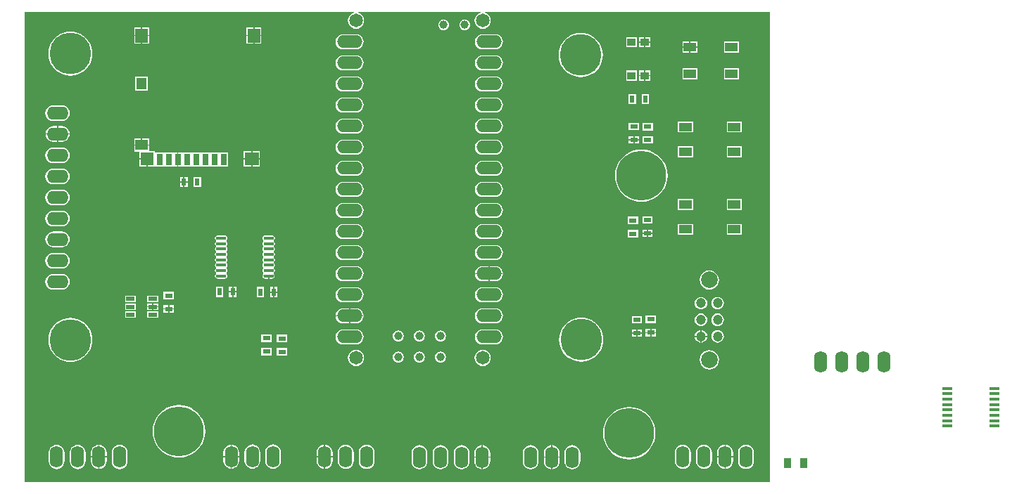
<source format=gtl>
G04*
G04 #@! TF.GenerationSoftware,Altium Limited,Altium Designer,21.0.9 (235)*
G04*
G04 Layer_Physical_Order=1*
G04 Layer_Color=255*
%FSLAX44Y44*%
%MOMM*%
G71*
G04*
G04 #@! TF.SameCoordinates,A596C356-34D0-456B-85E7-90C285C8AFC8*
G04*
G04*
G04 #@! TF.FilePolarity,Positive*
G04*
G01*
G75*
%ADD16R,0.8500X1.3000*%
%ADD17O,1.2000X0.4000*%
%ADD18R,0.9500X0.6000*%
%ADD19R,1.5500X1.0000*%
%ADD20R,1.0000X0.5000*%
%ADD21R,0.6000X0.9500*%
%ADD22R,1.5000X1.3000*%
%ADD23R,1.5000X1.7000*%
%ADD24R,1.2000X1.4000*%
%ADD25R,1.7000X1.5000*%
%ADD26R,1.6000X1.5000*%
%ADD27R,0.8000X1.4000*%
%ADD28R,1.0000X0.9000*%
%ADD29R,1.5000X1.0000*%
%ADD51C,6.0000*%
%ADD52O,1.6000X2.6000*%
%ADD53C,2.0000*%
%ADD54C,1.2000*%
%ADD55C,1.0000*%
%ADD56C,1.6510*%
%ADD57O,3.0480X1.5240*%
%ADD58O,2.6000X1.6000*%
%ADD59C,5.0000*%
G36*
X397750Y568442D02*
X397953Y567204D01*
X395580Y566221D01*
X393543Y564657D01*
X391979Y562620D01*
X390996Y560247D01*
X390661Y557700D01*
X390996Y555154D01*
X391979Y552780D01*
X393543Y550743D01*
X395580Y549179D01*
X397953Y548196D01*
X400500Y547861D01*
X403047Y548196D01*
X405420Y549179D01*
X407457Y550743D01*
X409021Y552780D01*
X410004Y555154D01*
X410339Y557700D01*
X410004Y560247D01*
X409021Y562620D01*
X407457Y564657D01*
X405420Y566221D01*
X403047Y567204D01*
X403250Y568442D01*
X550150Y568441D01*
X550353Y567204D01*
X547980Y566221D01*
X545943Y564657D01*
X544379Y562620D01*
X543396Y560247D01*
X543061Y557700D01*
X543396Y555154D01*
X544379Y552780D01*
X545943Y550743D01*
X547980Y549179D01*
X550354Y548196D01*
X552900Y547861D01*
X555447Y548196D01*
X557820Y549179D01*
X559857Y550743D01*
X561421Y552780D01*
X562404Y555154D01*
X562739Y557700D01*
X562404Y560247D01*
X561421Y562620D01*
X559857Y564657D01*
X557820Y566221D01*
X555447Y567204D01*
X555650Y568441D01*
X898441Y568441D01*
X898441Y1558D01*
X1558Y1558D01*
X1558Y568442D01*
X397750Y568442D01*
D02*
G37*
%LPC*%
G36*
X531310Y559176D02*
X529613Y558953D01*
X528032Y558298D01*
X526674Y557256D01*
X525632Y555898D01*
X524977Y554317D01*
X524754Y552620D01*
X524977Y550923D01*
X525632Y549342D01*
X526674Y547984D01*
X528032Y546942D01*
X529613Y546287D01*
X531310Y546064D01*
X533007Y546287D01*
X534588Y546942D01*
X535946Y547984D01*
X536988Y549342D01*
X537643Y550923D01*
X537866Y552620D01*
X537643Y554317D01*
X536988Y555898D01*
X535946Y557256D01*
X534588Y558298D01*
X533007Y558953D01*
X531310Y559176D01*
D02*
G37*
G36*
X505910D02*
X504213Y558953D01*
X502632Y558298D01*
X501274Y557256D01*
X500232Y555898D01*
X499577Y554317D01*
X499354Y552620D01*
X499577Y550923D01*
X500232Y549342D01*
X501274Y547984D01*
X502632Y546942D01*
X504213Y546287D01*
X505910Y546064D01*
X507607Y546287D01*
X509188Y546942D01*
X510546Y547984D01*
X511588Y549342D01*
X512243Y550923D01*
X512466Y552620D01*
X512243Y554317D01*
X511588Y555898D01*
X510546Y557256D01*
X509188Y558298D01*
X507607Y558953D01*
X505910Y559176D01*
D02*
G37*
G36*
X286546Y549802D02*
X278296D01*
Y540552D01*
X286546D01*
Y549802D01*
D02*
G37*
G36*
X276796D02*
X268546D01*
Y540552D01*
X276796D01*
Y549802D01*
D02*
G37*
G36*
X151546D02*
X143296D01*
Y540552D01*
X151546D01*
Y549802D01*
D02*
G37*
G36*
X141796D02*
X133546D01*
Y540552D01*
X141796D01*
Y549802D01*
D02*
G37*
G36*
X754394Y537500D02*
X748644D01*
Y532250D01*
X754394D01*
Y537500D01*
D02*
G37*
G36*
X747144D02*
X741394D01*
Y532250D01*
X747144D01*
Y537500D01*
D02*
G37*
G36*
X286546Y539052D02*
X278296D01*
Y529802D01*
X286546D01*
Y539052D01*
D02*
G37*
G36*
X276796D02*
X268546D01*
Y529802D01*
X276796D01*
Y539052D01*
D02*
G37*
G36*
X151546D02*
X143296D01*
Y529802D01*
X151546D01*
Y539052D01*
D02*
G37*
G36*
X141796D02*
X133546D01*
Y529802D01*
X141796D01*
Y539052D01*
D02*
G37*
G36*
X811250Y532250D02*
X803000D01*
Y526500D01*
X811250D01*
Y532250D01*
D02*
G37*
G36*
X801500D02*
X793250D01*
Y526500D01*
X801500D01*
Y532250D01*
D02*
G37*
G36*
X754394Y530750D02*
X748644D01*
Y525500D01*
X754394D01*
Y530750D01*
D02*
G37*
G36*
X747144D02*
X741394D01*
Y525500D01*
X747144D01*
Y530750D01*
D02*
G37*
G36*
X738394Y537500D02*
X725394D01*
Y525500D01*
X738394D01*
Y537500D01*
D02*
G37*
G36*
X568140Y541499D02*
X552900D01*
X550519Y541185D01*
X548301Y540266D01*
X546396Y538805D01*
X544934Y536899D01*
X544015Y534681D01*
X543701Y532300D01*
X544015Y529919D01*
X544934Y527701D01*
X546396Y525796D01*
X548301Y524334D01*
X550519Y523415D01*
X552900Y523101D01*
X568140D01*
X570521Y523415D01*
X572739Y524334D01*
X574645Y525796D01*
X576106Y527701D01*
X577025Y529919D01*
X577339Y532300D01*
X577025Y534681D01*
X576106Y536899D01*
X574645Y538805D01*
X572739Y540266D01*
X570521Y541185D01*
X568140Y541499D01*
D02*
G37*
G36*
X400500D02*
X385260D01*
X382879Y541185D01*
X380661Y540266D01*
X378756Y538805D01*
X377294Y536899D01*
X376375Y534681D01*
X376061Y532300D01*
X376375Y529919D01*
X377294Y527701D01*
X378756Y525796D01*
X380661Y524334D01*
X382879Y523415D01*
X385260Y523101D01*
X400500D01*
X402881Y523415D01*
X405099Y524334D01*
X407005Y525796D01*
X408466Y527701D01*
X409385Y529919D01*
X409699Y532300D01*
X409385Y534681D01*
X408466Y536899D01*
X407005Y538805D01*
X405099Y540266D01*
X402881Y541185D01*
X400500Y541499D01*
D02*
G37*
G36*
X861250Y532250D02*
X843250D01*
Y519250D01*
X861250D01*
Y532250D01*
D02*
G37*
G36*
X811250Y525000D02*
X803000D01*
Y519250D01*
X811250D01*
Y525000D01*
D02*
G37*
G36*
X801500D02*
X793250D01*
Y519250D01*
X801500D01*
Y525000D01*
D02*
G37*
G36*
X568140Y516099D02*
X552900D01*
X550519Y515785D01*
X548301Y514866D01*
X546396Y513405D01*
X544934Y511499D01*
X544015Y509281D01*
X543701Y506900D01*
X544015Y504519D01*
X544934Y502301D01*
X546396Y500396D01*
X548301Y498934D01*
X550519Y498015D01*
X552900Y497701D01*
X568140D01*
X570521Y498015D01*
X572739Y498934D01*
X574645Y500396D01*
X576106Y502301D01*
X577025Y504519D01*
X577339Y506900D01*
X577025Y509281D01*
X576106Y511499D01*
X574645Y513405D01*
X572739Y514866D01*
X570521Y515785D01*
X568140Y516099D01*
D02*
G37*
G36*
X400500D02*
X385260D01*
X382879Y515785D01*
X380661Y514866D01*
X378756Y513405D01*
X377294Y511499D01*
X376375Y509281D01*
X376061Y506900D01*
X376375Y504519D01*
X377294Y502301D01*
X378756Y500396D01*
X380661Y498934D01*
X382879Y498015D01*
X385260Y497701D01*
X400500D01*
X402881Y498015D01*
X405099Y498934D01*
X407005Y500396D01*
X408466Y502301D01*
X409385Y504519D01*
X409699Y506900D01*
X409385Y509281D01*
X408466Y511499D01*
X407005Y513405D01*
X405099Y514866D01*
X402881Y515785D01*
X400500Y516099D01*
D02*
G37*
G36*
X754394Y497500D02*
X748644D01*
Y492250D01*
X754394D01*
Y497500D01*
D02*
G37*
G36*
X747144D02*
X741394D01*
Y492250D01*
X747144D01*
Y497500D01*
D02*
G37*
G36*
X56902Y544460D02*
X52744Y544133D01*
X48688Y543159D01*
X44834Y541563D01*
X41277Y539383D01*
X38106Y536674D01*
X35397Y533503D01*
X33217Y529946D01*
X31621Y526092D01*
X30647Y522036D01*
X30320Y517878D01*
X30647Y513720D01*
X31621Y509664D01*
X33217Y505810D01*
X35397Y502253D01*
X38106Y499082D01*
X41277Y496373D01*
X44834Y494193D01*
X48688Y492597D01*
X52744Y491623D01*
X56902Y491296D01*
X61060Y491623D01*
X65116Y492597D01*
X68970Y494193D01*
X72526Y496373D01*
X75698Y499082D01*
X78407Y502253D01*
X80587Y505810D01*
X82183Y509664D01*
X83157Y513720D01*
X83484Y517878D01*
X83157Y522036D01*
X82183Y526092D01*
X80587Y529946D01*
X78407Y533503D01*
X75698Y536674D01*
X72526Y539383D01*
X68970Y541563D01*
X65116Y543159D01*
X61060Y544133D01*
X56902Y544460D01*
D02*
G37*
G36*
X670902Y542860D02*
X666744Y542533D01*
X662688Y541559D01*
X658834Y539963D01*
X655277Y537783D01*
X652106Y535074D01*
X649397Y531903D01*
X647217Y528346D01*
X645621Y524492D01*
X644647Y520436D01*
X644320Y516278D01*
X644647Y512120D01*
X645621Y508064D01*
X647217Y504210D01*
X649397Y500653D01*
X652106Y497482D01*
X655277Y494773D01*
X658834Y492593D01*
X662688Y490997D01*
X666744Y490023D01*
X670902Y489696D01*
X675060Y490023D01*
X679116Y490997D01*
X682970Y492593D01*
X686526Y494773D01*
X689698Y497482D01*
X692407Y500653D01*
X694587Y504210D01*
X696183Y508064D01*
X697157Y512120D01*
X697484Y516278D01*
X697157Y520436D01*
X696183Y524492D01*
X694587Y528346D01*
X692407Y531903D01*
X689698Y535074D01*
X686526Y537783D01*
X682970Y539963D01*
X679116Y541559D01*
X675060Y542533D01*
X670902Y542860D01*
D02*
G37*
G36*
X861250Y500250D02*
X843250D01*
Y487250D01*
X861250D01*
Y500250D01*
D02*
G37*
G36*
X811250D02*
X793250D01*
Y487250D01*
X811250D01*
Y500250D01*
D02*
G37*
G36*
X754394Y490750D02*
X748644D01*
Y485500D01*
X754394D01*
Y490750D01*
D02*
G37*
G36*
X747144D02*
X741394D01*
Y485500D01*
X747144D01*
Y490750D01*
D02*
G37*
G36*
X738394Y497500D02*
X725394D01*
Y485500D01*
X738394D01*
Y497500D01*
D02*
G37*
G36*
X150046Y490302D02*
X135046D01*
Y473302D01*
X150046D01*
Y490302D01*
D02*
G37*
G36*
X568140Y490699D02*
X552900D01*
X550519Y490385D01*
X548301Y489466D01*
X546396Y488004D01*
X544934Y486099D01*
X544015Y483881D01*
X543701Y481500D01*
X544015Y479119D01*
X544934Y476901D01*
X546396Y474996D01*
X548301Y473534D01*
X550519Y472615D01*
X552900Y472301D01*
X568140D01*
X570521Y472615D01*
X572739Y473534D01*
X574645Y474996D01*
X576106Y476901D01*
X577025Y479119D01*
X577339Y481500D01*
X577025Y483881D01*
X576106Y486099D01*
X574645Y488004D01*
X572739Y489466D01*
X570521Y490385D01*
X568140Y490699D01*
D02*
G37*
G36*
X400500D02*
X385260D01*
X382879Y490385D01*
X380661Y489466D01*
X378756Y488004D01*
X377294Y486099D01*
X376375Y483881D01*
X376061Y481500D01*
X376375Y479119D01*
X377294Y476901D01*
X378756Y474996D01*
X380661Y473534D01*
X382879Y472615D01*
X385260Y472301D01*
X400500D01*
X402881Y472615D01*
X405099Y473534D01*
X407005Y474996D01*
X408466Y476901D01*
X409385Y479119D01*
X409699Y481500D01*
X409385Y483881D01*
X408466Y486099D01*
X407005Y488004D01*
X405099Y489466D01*
X402881Y490385D01*
X400500Y490699D01*
D02*
G37*
G36*
X753250Y469500D02*
X744250D01*
Y457000D01*
X753250D01*
Y469500D01*
D02*
G37*
G36*
X737250D02*
X728250D01*
Y457000D01*
X737250D01*
Y469500D01*
D02*
G37*
G36*
X568140Y465299D02*
X552900D01*
X550519Y464985D01*
X548301Y464066D01*
X546396Y462604D01*
X544934Y460699D01*
X544015Y458481D01*
X543701Y456100D01*
X544015Y453719D01*
X544934Y451501D01*
X546396Y449596D01*
X548301Y448134D01*
X550519Y447215D01*
X552900Y446901D01*
X568140D01*
X570521Y447215D01*
X572739Y448134D01*
X574645Y449596D01*
X576106Y451501D01*
X577025Y453719D01*
X577339Y456100D01*
X577025Y458481D01*
X576106Y460699D01*
X574645Y462604D01*
X572739Y464066D01*
X570521Y464985D01*
X568140Y465299D01*
D02*
G37*
G36*
X400500D02*
X385260D01*
X382879Y464985D01*
X380661Y464066D01*
X378756Y462604D01*
X377294Y460699D01*
X376375Y458481D01*
X376061Y456100D01*
X376375Y453719D01*
X377294Y451501D01*
X378756Y449596D01*
X380661Y448134D01*
X382879Y447215D01*
X385260Y446901D01*
X400500D01*
X402881Y447215D01*
X405099Y448134D01*
X407005Y449596D01*
X408466Y451501D01*
X409385Y453719D01*
X409699Y456100D01*
X409385Y458481D01*
X408466Y460699D01*
X407005Y462604D01*
X405099Y464066D01*
X402881Y464985D01*
X400500Y465299D01*
D02*
G37*
G36*
X46402Y455860D02*
X36402D01*
X33922Y455533D01*
X31611Y454576D01*
X29627Y453053D01*
X28104Y451069D01*
X27146Y448758D01*
X26820Y446278D01*
X27146Y443798D01*
X28104Y441487D01*
X29627Y439502D01*
X31611Y437980D01*
X33922Y437023D01*
X36402Y436696D01*
X46402D01*
X48882Y437023D01*
X51193Y437980D01*
X53177Y439502D01*
X54700Y441487D01*
X55658Y443798D01*
X55984Y446278D01*
X55658Y448758D01*
X54700Y451069D01*
X53177Y453053D01*
X51193Y454576D01*
X48882Y455533D01*
X46402Y455860D01*
D02*
G37*
G36*
X741144Y434700D02*
X728644D01*
Y425700D01*
X741144D01*
Y434700D01*
D02*
G37*
G36*
X757740Y434517D02*
X745240D01*
Y425517D01*
X757740D01*
Y434517D01*
D02*
G37*
G36*
X864908Y436060D02*
X846408D01*
Y423060D01*
X864908D01*
Y436060D01*
D02*
G37*
G36*
X805908D02*
X787408D01*
Y423060D01*
X805908D01*
Y436060D01*
D02*
G37*
G36*
X46402Y430860D02*
X42152D01*
Y422028D01*
X55885D01*
X55658Y423758D01*
X54700Y426069D01*
X53177Y428053D01*
X51193Y429576D01*
X48882Y430533D01*
X46402Y430860D01*
D02*
G37*
G36*
X40652D02*
X36402D01*
X33922Y430533D01*
X31611Y429576D01*
X29627Y428053D01*
X28104Y426069D01*
X27146Y423758D01*
X26919Y422028D01*
X40652D01*
Y430860D01*
D02*
G37*
G36*
X568140Y439899D02*
X552900D01*
X550519Y439585D01*
X548301Y438666D01*
X546396Y437205D01*
X544934Y435299D01*
X544015Y433081D01*
X543701Y430700D01*
X544015Y428319D01*
X544934Y426101D01*
X546396Y424196D01*
X548301Y422734D01*
X550519Y421815D01*
X552900Y421501D01*
X568140D01*
X570521Y421815D01*
X572739Y422734D01*
X574645Y424196D01*
X576106Y426101D01*
X577025Y428319D01*
X577339Y430700D01*
X577025Y433081D01*
X576106Y435299D01*
X574645Y437205D01*
X572739Y438666D01*
X570521Y439585D01*
X568140Y439899D01*
D02*
G37*
G36*
X400500D02*
X385260D01*
X382879Y439585D01*
X380661Y438666D01*
X378756Y437205D01*
X377294Y435299D01*
X376375Y433081D01*
X376061Y430700D01*
X376375Y428319D01*
X377294Y426101D01*
X378756Y424196D01*
X380661Y422734D01*
X382879Y421815D01*
X385260Y421501D01*
X400500D01*
X402881Y421815D01*
X405099Y422734D01*
X407005Y424196D01*
X408466Y426101D01*
X409385Y428319D01*
X409699Y430700D01*
X409385Y433081D01*
X408466Y435299D01*
X407005Y437205D01*
X405099Y438666D01*
X402881Y439585D01*
X400500Y439899D01*
D02*
G37*
G36*
X741144Y418700D02*
X735644D01*
Y414950D01*
X741144D01*
Y418700D01*
D02*
G37*
G36*
X734144D02*
X728644D01*
Y414950D01*
X734144D01*
Y418700D01*
D02*
G37*
G36*
X55885Y420528D02*
X42152D01*
Y411696D01*
X46402D01*
X48882Y412023D01*
X51193Y412980D01*
X53177Y414502D01*
X54700Y416487D01*
X55658Y418798D01*
X55885Y420528D01*
D02*
G37*
G36*
X40652D02*
X26919D01*
X27146Y418798D01*
X28104Y416487D01*
X29627Y414502D01*
X31611Y412980D01*
X33922Y412023D01*
X36402Y411696D01*
X40652D01*
Y420528D01*
D02*
G37*
G36*
X741144Y413450D02*
X735644D01*
Y409700D01*
X741144D01*
Y413450D01*
D02*
G37*
G36*
X734144D02*
X728644D01*
Y409700D01*
X734144D01*
Y413450D01*
D02*
G37*
G36*
X757740Y418517D02*
X745240D01*
Y409517D01*
X757740D01*
Y418517D01*
D02*
G37*
G36*
X151546Y415802D02*
X143296D01*
Y408552D01*
X151546D01*
Y415802D01*
D02*
G37*
G36*
X141796D02*
X133546D01*
Y408552D01*
X141796D01*
Y415802D01*
D02*
G37*
G36*
X235546Y398802D02*
X234276Y398802D01*
X225816D01*
X224546Y398802D01*
X223276Y398802D01*
X214816D01*
X213546Y398802D01*
X212276Y398802D01*
X203816D01*
X202546Y398802D01*
X201276Y398802D01*
X186796D01*
Y390302D01*
Y381802D01*
X201276D01*
X202546Y381802D01*
X203816Y381802D01*
X212276D01*
X213546Y381802D01*
X214816Y381802D01*
X223276D01*
X224546Y381802D01*
X225816Y381802D01*
X234276D01*
X235546Y381802D01*
X236816Y381802D01*
X246546D01*
Y398802D01*
X236816D01*
X235546Y398802D01*
D02*
G37*
G36*
X568140Y414499D02*
X552900D01*
X550519Y414185D01*
X548301Y413266D01*
X546396Y411805D01*
X544934Y409899D01*
X544015Y407681D01*
X543701Y405300D01*
X544015Y402919D01*
X544934Y400701D01*
X546396Y398796D01*
X548301Y397334D01*
X550519Y396415D01*
X552900Y396101D01*
X568140D01*
X570521Y396415D01*
X572739Y397334D01*
X574645Y398796D01*
X576106Y400701D01*
X577025Y402919D01*
X577339Y405300D01*
X577025Y407681D01*
X576106Y409899D01*
X574645Y411805D01*
X572739Y413266D01*
X570521Y414185D01*
X568140Y414499D01*
D02*
G37*
G36*
X400500D02*
X385260D01*
X382879Y414185D01*
X380661Y413266D01*
X378756Y411805D01*
X377294Y409899D01*
X376375Y407681D01*
X376061Y405300D01*
X376375Y402919D01*
X377294Y400701D01*
X378756Y398796D01*
X380661Y397334D01*
X382879Y396415D01*
X385260Y396101D01*
X400500D01*
X402881Y396415D01*
X405099Y397334D01*
X407005Y398796D01*
X408466Y400701D01*
X409385Y402919D01*
X409699Y405300D01*
X409385Y407681D01*
X408466Y409899D01*
X407005Y411805D01*
X405099Y413266D01*
X402881Y414185D01*
X400500Y414499D01*
D02*
G37*
G36*
X864908Y406060D02*
X846408D01*
Y393060D01*
X864908D01*
Y406060D01*
D02*
G37*
G36*
X805908D02*
X787408D01*
Y393060D01*
X805908D01*
Y406060D01*
D02*
G37*
G36*
X285046Y400302D02*
X275796D01*
Y392052D01*
X285046D01*
Y400302D01*
D02*
G37*
G36*
X274296D02*
X265046D01*
Y392052D01*
X274296D01*
Y400302D01*
D02*
G37*
G36*
X46402Y405060D02*
X36402D01*
X33922Y404734D01*
X31611Y403776D01*
X29627Y402253D01*
X28104Y400269D01*
X27146Y397958D01*
X26820Y395478D01*
X27146Y392998D01*
X28104Y390687D01*
X29627Y388703D01*
X31611Y387180D01*
X33922Y386222D01*
X36402Y385896D01*
X46402D01*
X48882Y386222D01*
X51193Y387180D01*
X53177Y388703D01*
X54700Y390687D01*
X55658Y392998D01*
X55984Y395478D01*
X55658Y397958D01*
X54700Y400269D01*
X53177Y402253D01*
X51193Y403776D01*
X48882Y404734D01*
X46402Y405060D01*
D02*
G37*
G36*
X285046Y390552D02*
X275796D01*
Y382302D01*
X285046D01*
Y390552D01*
D02*
G37*
G36*
X274296D02*
X265046D01*
Y382302D01*
X274296D01*
Y390552D01*
D02*
G37*
G36*
X148296D02*
X139546D01*
Y382302D01*
X148296D01*
Y390552D01*
D02*
G37*
G36*
X151546Y407052D02*
X133546D01*
Y399802D01*
X139546D01*
Y392052D01*
X149046D01*
Y391302D01*
X149796D01*
Y382302D01*
X157483D01*
X158546Y381802D01*
X159609Y381802D01*
X168276D01*
X169546Y381802D01*
X170816Y381802D01*
X179276D01*
X180546Y381802D01*
X181816Y381802D01*
X185296D01*
Y390302D01*
Y398802D01*
X181816D01*
X180546Y398802D01*
X179276Y398802D01*
X170816D01*
X169546Y398802D01*
X168276Y398802D01*
X158546Y398802D01*
X158546Y400302D01*
X151546D01*
Y407052D01*
D02*
G37*
G36*
X568140Y389099D02*
X552900D01*
X550519Y388785D01*
X548301Y387866D01*
X546396Y386404D01*
X544934Y384499D01*
X544015Y382281D01*
X543701Y379900D01*
X544015Y377519D01*
X544934Y375301D01*
X546396Y373396D01*
X548301Y371934D01*
X550519Y371015D01*
X552900Y370701D01*
X568140D01*
X570521Y371015D01*
X572739Y371934D01*
X574645Y373396D01*
X576106Y375301D01*
X577025Y377519D01*
X577339Y379900D01*
X577025Y382281D01*
X576106Y384499D01*
X574645Y386404D01*
X572739Y387866D01*
X570521Y388785D01*
X568140Y389099D01*
D02*
G37*
G36*
X400500D02*
X385260D01*
X382879Y388785D01*
X380661Y387866D01*
X378756Y386404D01*
X377294Y384499D01*
X376375Y382281D01*
X376061Y379900D01*
X376375Y377519D01*
X377294Y375301D01*
X378756Y373396D01*
X380661Y371934D01*
X382879Y371015D01*
X385260Y370701D01*
X400500D01*
X402881Y371015D01*
X405099Y371934D01*
X407005Y373396D01*
X408466Y375301D01*
X409385Y377519D01*
X409699Y379900D01*
X409385Y382281D01*
X408466Y384499D01*
X407005Y386404D01*
X405099Y387866D01*
X402881Y388785D01*
X400500Y389099D01*
D02*
G37*
G36*
X198009Y369500D02*
X194259D01*
Y364000D01*
X198009D01*
Y369500D01*
D02*
G37*
G36*
X192759D02*
X189009D01*
Y364000D01*
X192759D01*
Y369500D01*
D02*
G37*
G36*
X46402Y379660D02*
X36402D01*
X33922Y379333D01*
X31611Y378376D01*
X29627Y376853D01*
X28104Y374869D01*
X27146Y372558D01*
X26820Y370078D01*
X27146Y367598D01*
X28104Y365287D01*
X29627Y363303D01*
X31611Y361780D01*
X33922Y360822D01*
X36402Y360496D01*
X46402D01*
X48882Y360822D01*
X51193Y361780D01*
X53177Y363303D01*
X54700Y365287D01*
X55658Y367598D01*
X55984Y370078D01*
X55658Y372558D01*
X54700Y374869D01*
X53177Y376853D01*
X51193Y378376D01*
X48882Y379333D01*
X46402Y379660D01*
D02*
G37*
G36*
X214009Y369500D02*
X205009D01*
Y357000D01*
X214009D01*
Y369500D01*
D02*
G37*
G36*
X198009Y362500D02*
X194259D01*
Y357000D01*
X198009D01*
Y362500D01*
D02*
G37*
G36*
X192759D02*
X189009D01*
Y357000D01*
X192759D01*
Y362500D01*
D02*
G37*
G36*
X568140Y363699D02*
X552900D01*
X550519Y363385D01*
X548301Y362466D01*
X546396Y361004D01*
X544934Y359099D01*
X544015Y356881D01*
X543701Y354500D01*
X544015Y352119D01*
X544934Y349901D01*
X546396Y347996D01*
X548301Y346534D01*
X550519Y345615D01*
X552900Y345301D01*
X568140D01*
X570521Y345615D01*
X572739Y346534D01*
X574645Y347996D01*
X576106Y349901D01*
X577025Y352119D01*
X577339Y354500D01*
X577025Y356881D01*
X576106Y359099D01*
X574645Y361004D01*
X572739Y362466D01*
X570521Y363385D01*
X568140Y363699D01*
D02*
G37*
G36*
X400500D02*
X385260D01*
X382879Y363385D01*
X380661Y362466D01*
X378756Y361004D01*
X377294Y359099D01*
X376375Y356881D01*
X376061Y354500D01*
X376375Y352119D01*
X377294Y349901D01*
X378756Y347996D01*
X380661Y346534D01*
X382879Y345615D01*
X385260Y345301D01*
X400500D01*
X402881Y345615D01*
X405099Y346534D01*
X407005Y347996D01*
X408466Y349901D01*
X409385Y352119D01*
X409699Y354500D01*
X409385Y356881D01*
X408466Y359099D01*
X407005Y361004D01*
X405099Y362466D01*
X402881Y363385D01*
X400500Y363699D01*
D02*
G37*
G36*
X743750Y402597D02*
X738807Y402208D01*
X733986Y401051D01*
X729405Y399154D01*
X725178Y396563D01*
X721407Y393343D01*
X718187Y389572D01*
X715596Y385345D01*
X713699Y380764D01*
X712542Y375943D01*
X712153Y371000D01*
X712542Y366057D01*
X713699Y361236D01*
X715596Y356655D01*
X718187Y352427D01*
X721407Y348657D01*
X725178Y345437D01*
X729405Y342846D01*
X733986Y340949D01*
X738807Y339792D01*
X743750Y339403D01*
X748693Y339792D01*
X753514Y340949D01*
X758095Y342846D01*
X762322Y345437D01*
X766093Y348657D01*
X769313Y352427D01*
X771904Y356655D01*
X773801Y361236D01*
X774958Y366057D01*
X775347Y371000D01*
X774958Y375943D01*
X773801Y380764D01*
X771904Y385345D01*
X769313Y389572D01*
X766093Y393343D01*
X762322Y396563D01*
X758095Y399154D01*
X753514Y401051D01*
X748693Y402208D01*
X743750Y402597D01*
D02*
G37*
G36*
X46402Y354260D02*
X36402D01*
X33922Y353933D01*
X31611Y352976D01*
X29627Y351453D01*
X28104Y349469D01*
X27146Y347158D01*
X26820Y344678D01*
X27146Y342198D01*
X28104Y339887D01*
X29627Y337903D01*
X31611Y336380D01*
X33922Y335423D01*
X36402Y335096D01*
X46402D01*
X48882Y335423D01*
X51193Y336380D01*
X53177Y337903D01*
X54700Y339887D01*
X55658Y342198D01*
X55984Y344678D01*
X55658Y347158D01*
X54700Y349469D01*
X53177Y351453D01*
X51193Y352976D01*
X48882Y353933D01*
X46402Y354260D01*
D02*
G37*
G36*
X864908Y342839D02*
X846408D01*
Y329839D01*
X864908D01*
Y342839D01*
D02*
G37*
G36*
X805908D02*
X787408D01*
Y329839D01*
X805908D01*
Y342839D01*
D02*
G37*
G36*
X568140Y338299D02*
X552900D01*
X550519Y337985D01*
X548301Y337066D01*
X546396Y335605D01*
X544934Y333699D01*
X544015Y331481D01*
X543701Y329100D01*
X544015Y326719D01*
X544934Y324501D01*
X546396Y322596D01*
X548301Y321134D01*
X550519Y320215D01*
X552900Y319901D01*
X568140D01*
X570521Y320215D01*
X572739Y321134D01*
X574645Y322596D01*
X576106Y324501D01*
X577025Y326719D01*
X577339Y329100D01*
X577025Y331481D01*
X576106Y333699D01*
X574645Y335605D01*
X572739Y337066D01*
X570521Y337985D01*
X568140Y338299D01*
D02*
G37*
G36*
X400500D02*
X385260D01*
X382879Y337985D01*
X380661Y337066D01*
X378756Y335605D01*
X377294Y333699D01*
X376375Y331481D01*
X376061Y329100D01*
X376375Y326719D01*
X377294Y324501D01*
X378756Y322596D01*
X380661Y321134D01*
X382879Y320215D01*
X385260Y319901D01*
X400500D01*
X402881Y320215D01*
X405099Y321134D01*
X407005Y322596D01*
X408466Y324501D01*
X409385Y326719D01*
X409699Y329100D01*
X409385Y331481D01*
X408466Y333699D01*
X407005Y335605D01*
X405099Y337066D01*
X402881Y337985D01*
X400500Y338299D01*
D02*
G37*
G36*
X757484Y321950D02*
X744984D01*
Y312950D01*
X757484D01*
Y321950D01*
D02*
G37*
G36*
X739734Y321450D02*
X727234D01*
Y312450D01*
X739734D01*
Y321450D01*
D02*
G37*
G36*
X46402Y328860D02*
X36402D01*
X33922Y328534D01*
X31611Y327576D01*
X29627Y326053D01*
X28104Y324069D01*
X27146Y321758D01*
X26820Y319278D01*
X27146Y316798D01*
X28104Y314487D01*
X29627Y312502D01*
X31611Y310980D01*
X33922Y310023D01*
X36402Y309696D01*
X46402D01*
X48882Y310023D01*
X51193Y310980D01*
X53177Y312502D01*
X54700Y314487D01*
X55658Y316798D01*
X55984Y319278D01*
X55658Y321758D01*
X54700Y324069D01*
X53177Y326053D01*
X51193Y327576D01*
X48882Y328534D01*
X46402Y328860D01*
D02*
G37*
G36*
X757484Y305950D02*
X751984D01*
Y302200D01*
X757484D01*
Y305950D01*
D02*
G37*
G36*
X750484D02*
X744984D01*
Y302200D01*
X750484D01*
Y305950D01*
D02*
G37*
G36*
X864908Y312839D02*
X846408D01*
Y299839D01*
X864908D01*
Y312839D01*
D02*
G37*
G36*
X805908D02*
X787408D01*
Y299839D01*
X805908D01*
Y312839D01*
D02*
G37*
G36*
X757484Y300700D02*
X751984D01*
Y296950D01*
X757484D01*
Y300700D01*
D02*
G37*
G36*
X750484D02*
X744984D01*
Y296950D01*
X750484D01*
Y300700D01*
D02*
G37*
G36*
X739734Y305450D02*
X727234D01*
Y296450D01*
X739734D01*
Y305450D01*
D02*
G37*
G36*
X568140Y312899D02*
X552900D01*
X550519Y312585D01*
X548301Y311666D01*
X546396Y310205D01*
X544934Y308299D01*
X544015Y306081D01*
X543701Y303700D01*
X544015Y301319D01*
X544934Y299101D01*
X546396Y297196D01*
X548301Y295734D01*
X550519Y294815D01*
X552900Y294501D01*
X568140D01*
X570521Y294815D01*
X572739Y295734D01*
X574645Y297196D01*
X576106Y299101D01*
X577025Y301319D01*
X577339Y303700D01*
X577025Y306081D01*
X576106Y308299D01*
X574645Y310205D01*
X572739Y311666D01*
X570521Y312585D01*
X568140Y312899D01*
D02*
G37*
G36*
X400500D02*
X385260D01*
X382879Y312585D01*
X380661Y311666D01*
X378756Y310205D01*
X377294Y308299D01*
X376375Y306081D01*
X376061Y303700D01*
X376375Y301319D01*
X377294Y299101D01*
X378756Y297196D01*
X380661Y295734D01*
X382879Y294815D01*
X385260Y294501D01*
X400500D01*
X402881Y294815D01*
X405099Y295734D01*
X407005Y297196D01*
X408466Y299101D01*
X409385Y301319D01*
X409699Y303700D01*
X409385Y306081D01*
X408466Y308299D01*
X407005Y310205D01*
X405099Y311666D01*
X402881Y312585D01*
X400500Y312899D01*
D02*
G37*
G36*
X46402Y303860D02*
X36402D01*
X33922Y303533D01*
X31611Y302576D01*
X29627Y301053D01*
X28104Y299069D01*
X27146Y296758D01*
X26820Y294278D01*
X27146Y291798D01*
X28104Y289487D01*
X29627Y287502D01*
X31611Y285980D01*
X33922Y285023D01*
X36402Y284696D01*
X46402D01*
X48882Y285023D01*
X51193Y285980D01*
X53177Y287502D01*
X54700Y289487D01*
X55658Y291798D01*
X55984Y294278D01*
X55658Y296758D01*
X54700Y299069D01*
X53177Y301053D01*
X51193Y302576D01*
X48882Y303533D01*
X46402Y303860D01*
D02*
G37*
G36*
X568140Y287499D02*
X552900D01*
X550519Y287185D01*
X548301Y286266D01*
X546396Y284804D01*
X544934Y282899D01*
X544015Y280681D01*
X543701Y278300D01*
X544015Y275919D01*
X544934Y273701D01*
X546396Y271796D01*
X548301Y270334D01*
X550519Y269415D01*
X552900Y269101D01*
X568140D01*
X570521Y269415D01*
X572739Y270334D01*
X574645Y271796D01*
X576106Y273701D01*
X577025Y275919D01*
X577339Y278300D01*
X577025Y280681D01*
X576106Y282899D01*
X574645Y284804D01*
X572739Y286266D01*
X570521Y287185D01*
X568140Y287499D01*
D02*
G37*
G36*
X400500D02*
X385260D01*
X382879Y287185D01*
X380661Y286266D01*
X378756Y284804D01*
X377294Y282899D01*
X376375Y280681D01*
X376061Y278300D01*
X376375Y275919D01*
X377294Y273701D01*
X378756Y271796D01*
X380661Y270334D01*
X382879Y269415D01*
X385260Y269101D01*
X400500D01*
X402881Y269415D01*
X405099Y270334D01*
X407005Y271796D01*
X408466Y273701D01*
X409385Y275919D01*
X409699Y278300D01*
X409385Y280681D01*
X408466Y282899D01*
X407005Y284804D01*
X405099Y286266D01*
X402881Y287185D01*
X400500Y287499D01*
D02*
G37*
G36*
X46402Y278060D02*
X36402D01*
X33922Y277733D01*
X31611Y276776D01*
X29627Y275254D01*
X28104Y273269D01*
X27146Y270958D01*
X26820Y268478D01*
X27146Y265998D01*
X28104Y263687D01*
X29627Y261702D01*
X31611Y260180D01*
X33922Y259223D01*
X36402Y258896D01*
X46402D01*
X48882Y259223D01*
X51193Y260180D01*
X53177Y261702D01*
X54700Y263687D01*
X55658Y265998D01*
X55984Y268478D01*
X55658Y270958D01*
X54700Y273269D01*
X53177Y275254D01*
X51193Y276776D01*
X48882Y277733D01*
X46402Y278060D01*
D02*
G37*
G36*
X568140Y262099D02*
X561270D01*
Y253650D01*
X577240D01*
X577025Y255281D01*
X576106Y257499D01*
X574645Y259405D01*
X572739Y260866D01*
X570521Y261785D01*
X568140Y262099D01*
D02*
G37*
G36*
X559770D02*
X552900D01*
X550519Y261785D01*
X548301Y260866D01*
X546396Y259405D01*
X544934Y257499D01*
X544015Y255281D01*
X543800Y253650D01*
X559770D01*
Y262099D01*
D02*
G37*
G36*
X299349Y299285D02*
X291348D01*
X289983Y299013D01*
X288825Y298239D01*
X288052Y297082D01*
X287780Y295716D01*
X288052Y294350D01*
X288825Y293193D01*
X288962Y293101D01*
Y291831D01*
X288825Y291739D01*
X288052Y290582D01*
X287780Y289216D01*
X288052Y287850D01*
X288825Y286693D01*
X288962Y286601D01*
Y285331D01*
X288825Y285239D01*
X288052Y284082D01*
X287780Y282716D01*
X288052Y281350D01*
X288825Y280193D01*
X288962Y280101D01*
Y278831D01*
X288825Y278739D01*
X288052Y277582D01*
X287780Y276216D01*
X288052Y274850D01*
X288825Y273693D01*
X288962Y273601D01*
Y272331D01*
X288825Y272239D01*
X288052Y271082D01*
X287780Y269716D01*
X288052Y268350D01*
X288825Y267193D01*
X288962Y267101D01*
Y265831D01*
X288825Y265739D01*
X288052Y264582D01*
X287780Y263216D01*
X288052Y261850D01*
X288825Y260693D01*
X288962Y260601D01*
Y259331D01*
X288825Y259239D01*
X288052Y258082D01*
X287780Y256716D01*
X288052Y255350D01*
X288825Y254193D01*
X288962Y254101D01*
Y252831D01*
X288825Y252739D01*
X288052Y251582D01*
X287929Y250966D01*
X295349D01*
X302768D01*
X302645Y251582D01*
X301872Y252739D01*
X301735Y252831D01*
Y254101D01*
X301872Y254193D01*
X302645Y255350D01*
X302917Y256716D01*
X302645Y258082D01*
X301872Y259239D01*
X301735Y259331D01*
Y260601D01*
X301872Y260693D01*
X302645Y261850D01*
X302917Y263216D01*
X302645Y264582D01*
X301872Y265739D01*
X301735Y265831D01*
Y267101D01*
X301872Y267193D01*
X302645Y268350D01*
X302917Y269716D01*
X302645Y271082D01*
X301872Y272239D01*
X301735Y272331D01*
Y273601D01*
X301872Y273693D01*
X302645Y274850D01*
X302917Y276216D01*
X302645Y277582D01*
X301872Y278739D01*
X301735Y278831D01*
Y280101D01*
X301872Y280193D01*
X302645Y281350D01*
X302917Y282716D01*
X302645Y284082D01*
X301872Y285239D01*
X301735Y285331D01*
Y286601D01*
X301872Y286693D01*
X302645Y287850D01*
X302917Y289216D01*
X302645Y290582D01*
X301872Y291739D01*
X301735Y291831D01*
Y293101D01*
X301872Y293193D01*
X302645Y294350D01*
X302917Y295716D01*
X302645Y297082D01*
X301872Y298239D01*
X300714Y299013D01*
X299349Y299285D01*
D02*
G37*
G36*
X302768Y249466D02*
X296098D01*
Y246647D01*
X299349D01*
X300714Y246919D01*
X301872Y247693D01*
X302645Y248850D01*
X302768Y249466D01*
D02*
G37*
G36*
X294599D02*
X287929D01*
X288052Y248850D01*
X288825Y247693D01*
X289983Y246919D01*
X291348Y246647D01*
X294599D01*
Y249466D01*
D02*
G37*
G36*
X242348Y299285D02*
X234349D01*
X232983Y299013D01*
X231825Y298239D01*
X231052Y297082D01*
X230780Y295716D01*
X231052Y294350D01*
X231825Y293193D01*
X231962Y293101D01*
Y291831D01*
X231825Y291739D01*
X231052Y290582D01*
X230780Y289216D01*
X231052Y287850D01*
X231825Y286693D01*
X231962Y286601D01*
Y285331D01*
X231825Y285239D01*
X231052Y284082D01*
X230780Y282716D01*
X231052Y281350D01*
X231825Y280193D01*
X231962Y280101D01*
Y278831D01*
X231825Y278739D01*
X231052Y277582D01*
X230780Y276216D01*
X231052Y274850D01*
X231825Y273693D01*
X231962Y273601D01*
Y272331D01*
X231825Y272239D01*
X231052Y271082D01*
X230780Y269716D01*
X231052Y268350D01*
X231825Y267193D01*
X231962Y267101D01*
Y265831D01*
X231825Y265739D01*
X231052Y264582D01*
X230780Y263216D01*
X231052Y261850D01*
X231825Y260693D01*
X231962Y260601D01*
Y259331D01*
X231825Y259239D01*
X231052Y258082D01*
X230780Y256716D01*
X231052Y255350D01*
X231825Y254193D01*
X231962Y254101D01*
Y252831D01*
X231825Y252739D01*
X231052Y251582D01*
X230780Y250216D01*
X231052Y248850D01*
X231825Y247693D01*
X232983Y246919D01*
X234349Y246647D01*
X242348D01*
X243714Y246919D01*
X244872Y247693D01*
X245646Y248850D01*
X245917Y250216D01*
X245646Y251582D01*
X244872Y252739D01*
X244735Y252831D01*
Y254101D01*
X244872Y254193D01*
X245646Y255350D01*
X245917Y256716D01*
X245646Y258082D01*
X244872Y259239D01*
X244735Y259331D01*
Y260601D01*
X244872Y260693D01*
X245646Y261850D01*
X245917Y263216D01*
X245646Y264582D01*
X244872Y265739D01*
X244735Y265831D01*
Y267101D01*
X244872Y267193D01*
X245646Y268350D01*
X245917Y269716D01*
X245646Y271082D01*
X244872Y272239D01*
X244735Y272331D01*
Y273601D01*
X244872Y273693D01*
X245646Y274850D01*
X245917Y276216D01*
X245646Y277582D01*
X244872Y278739D01*
X244735Y278831D01*
Y280101D01*
X244872Y280193D01*
X245646Y281350D01*
X245917Y282716D01*
X245646Y284082D01*
X244872Y285239D01*
X244735Y285331D01*
Y286601D01*
X244872Y286693D01*
X245646Y287850D01*
X245917Y289216D01*
X245646Y290582D01*
X244872Y291739D01*
X244735Y291831D01*
Y293101D01*
X244872Y293193D01*
X245646Y294350D01*
X245917Y295716D01*
X245646Y297082D01*
X244872Y298239D01*
X243714Y299013D01*
X242348Y299285D01*
D02*
G37*
G36*
X577240Y252150D02*
X561270D01*
Y243701D01*
X568140D01*
X570521Y244015D01*
X572739Y244934D01*
X574645Y246396D01*
X576106Y248301D01*
X577025Y250519D01*
X577240Y252150D01*
D02*
G37*
G36*
X559770D02*
X543800D01*
X544015Y250519D01*
X544934Y248301D01*
X546396Y246396D01*
X548301Y244934D01*
X550519Y244015D01*
X552900Y243701D01*
X559770D01*
Y252150D01*
D02*
G37*
G36*
X400500Y262099D02*
X385260D01*
X382879Y261785D01*
X380661Y260866D01*
X378756Y259405D01*
X377294Y257499D01*
X376375Y255281D01*
X376061Y252900D01*
X376375Y250519D01*
X377294Y248301D01*
X378756Y246396D01*
X380661Y244934D01*
X382879Y244015D01*
X385260Y243701D01*
X400500D01*
X402881Y244015D01*
X405099Y244934D01*
X407005Y246396D01*
X408466Y248301D01*
X409385Y250519D01*
X409699Y252900D01*
X409385Y255281D01*
X408466Y257499D01*
X407005Y259405D01*
X405099Y260866D01*
X402881Y261785D01*
X400500Y262099D01*
D02*
G37*
G36*
X825500Y256849D02*
X822498Y256454D01*
X819700Y255295D01*
X817298Y253452D01*
X815455Y251050D01*
X814296Y248252D01*
X813901Y245250D01*
X814296Y242248D01*
X815455Y239450D01*
X817298Y237048D01*
X819700Y235205D01*
X822498Y234046D01*
X825500Y233651D01*
X828502Y234046D01*
X831300Y235205D01*
X833702Y237048D01*
X835545Y239450D01*
X836704Y242248D01*
X837099Y245250D01*
X836704Y248252D01*
X835545Y251050D01*
X833702Y253452D01*
X831300Y255295D01*
X828502Y256454D01*
X825500Y256849D01*
D02*
G37*
G36*
X46402Y252660D02*
X36402D01*
X33922Y252334D01*
X31611Y251376D01*
X29627Y249853D01*
X28104Y247869D01*
X27146Y245558D01*
X26820Y243078D01*
X27146Y240598D01*
X28104Y238287D01*
X29627Y236303D01*
X31611Y234780D01*
X33922Y233822D01*
X36402Y233496D01*
X46402D01*
X48882Y233822D01*
X51193Y234780D01*
X53177Y236303D01*
X54700Y238287D01*
X55658Y240598D01*
X55984Y243078D01*
X55658Y245558D01*
X54700Y247869D01*
X53177Y249853D01*
X51193Y251376D01*
X48882Y252334D01*
X46402Y252660D01*
D02*
G37*
G36*
X256742Y237306D02*
X252993D01*
Y231806D01*
X256742D01*
Y237306D01*
D02*
G37*
G36*
X251493D02*
X247743D01*
Y231806D01*
X251493D01*
Y237306D01*
D02*
G37*
G36*
X305993Y236798D02*
X302243D01*
Y231298D01*
X305993D01*
Y236798D01*
D02*
G37*
G36*
X300743D02*
X296992D01*
Y231298D01*
X300743D01*
Y236798D01*
D02*
G37*
G36*
X256742Y230306D02*
X252993D01*
Y224806D01*
X256742D01*
Y230306D01*
D02*
G37*
G36*
X251493D02*
X247743D01*
Y224806D01*
X251493D01*
Y230306D01*
D02*
G37*
G36*
X240742Y237306D02*
X231742D01*
Y224806D01*
X240742D01*
Y237306D01*
D02*
G37*
G36*
X305993Y229798D02*
X302243D01*
Y224298D01*
X305993D01*
Y229798D01*
D02*
G37*
G36*
X300743D02*
X296992D01*
Y224298D01*
X300743D01*
Y229798D01*
D02*
G37*
G36*
X289993Y236798D02*
X280993D01*
Y224298D01*
X289993D01*
Y236798D01*
D02*
G37*
G36*
X181510Y230940D02*
X169010D01*
Y221940D01*
X181510D01*
Y230940D01*
D02*
G37*
G36*
X162546Y226500D02*
X149546D01*
Y218500D01*
X162546D01*
Y226500D01*
D02*
G37*
G36*
X135546D02*
X122546D01*
Y218500D01*
X135546D01*
Y226500D01*
D02*
G37*
G36*
X568140Y236699D02*
X552900D01*
X550519Y236385D01*
X548301Y235466D01*
X546396Y234004D01*
X544934Y232099D01*
X544015Y229881D01*
X543701Y227500D01*
X544015Y225119D01*
X544934Y222901D01*
X546396Y220996D01*
X548301Y219534D01*
X550519Y218615D01*
X552900Y218301D01*
X568140D01*
X570521Y218615D01*
X572739Y219534D01*
X574645Y220996D01*
X576106Y222901D01*
X577025Y225119D01*
X577339Y227500D01*
X577025Y229881D01*
X576106Y232099D01*
X574645Y234004D01*
X572739Y235466D01*
X570521Y236385D01*
X568140Y236699D01*
D02*
G37*
G36*
X400500D02*
X385260D01*
X382879Y236385D01*
X380661Y235466D01*
X378756Y234004D01*
X377294Y232099D01*
X376375Y229881D01*
X376061Y227500D01*
X376375Y225119D01*
X377294Y222901D01*
X378756Y220996D01*
X380661Y219534D01*
X382879Y218615D01*
X385260Y218301D01*
X400500D01*
X402881Y218615D01*
X405099Y219534D01*
X407005Y220996D01*
X408466Y222901D01*
X409385Y225119D01*
X409699Y227500D01*
X409385Y229881D01*
X408466Y232099D01*
X407005Y234004D01*
X405099Y235466D01*
X402881Y236385D01*
X400500Y236699D01*
D02*
G37*
G36*
X162546Y217000D02*
X156796D01*
Y213750D01*
X162546D01*
Y217000D01*
D02*
G37*
G36*
X155296D02*
X149546D01*
Y213750D01*
X155296D01*
Y217000D01*
D02*
G37*
G36*
X181510Y214940D02*
X176010D01*
Y211190D01*
X181510D01*
Y214940D01*
D02*
G37*
G36*
X174510D02*
X169010D01*
Y211190D01*
X174510D01*
Y214940D01*
D02*
G37*
G36*
X835500Y224815D02*
X833542Y224557D01*
X831718Y223801D01*
X830151Y222599D01*
X828949Y221032D01*
X828193Y219208D01*
X827935Y217250D01*
X828193Y215292D01*
X828949Y213468D01*
X830151Y211901D01*
X831718Y210699D01*
X833542Y209943D01*
X835500Y209685D01*
X837458Y209943D01*
X839282Y210699D01*
X840849Y211901D01*
X842051Y213468D01*
X842807Y215292D01*
X843065Y217250D01*
X842807Y219208D01*
X842051Y221032D01*
X840849Y222599D01*
X839282Y223801D01*
X837458Y224557D01*
X835500Y224815D01*
D02*
G37*
G36*
X815500D02*
X813542Y224557D01*
X811718Y223801D01*
X810151Y222599D01*
X808949Y221032D01*
X808193Y219208D01*
X807935Y217250D01*
X808193Y215292D01*
X808949Y213468D01*
X810151Y211901D01*
X811718Y210699D01*
X813542Y209943D01*
X815500Y209685D01*
X817458Y209943D01*
X819282Y210699D01*
X820849Y211901D01*
X822051Y213468D01*
X822807Y215292D01*
X823065Y217250D01*
X822807Y219208D01*
X822051Y221032D01*
X820849Y222599D01*
X819282Y223801D01*
X817458Y224557D01*
X815500Y224815D01*
D02*
G37*
G36*
X162546Y212250D02*
X156796D01*
Y209000D01*
X162546D01*
Y212250D01*
D02*
G37*
G36*
X155296D02*
X149546D01*
Y209000D01*
X155296D01*
Y212250D01*
D02*
G37*
G36*
X135546Y217000D02*
X122546D01*
Y209000D01*
X135546D01*
Y217000D01*
D02*
G37*
G36*
X181510Y209690D02*
X176010D01*
Y205940D01*
X181510D01*
Y209690D01*
D02*
G37*
G36*
X174510D02*
X169010D01*
Y205940D01*
X174510D01*
Y209690D01*
D02*
G37*
G36*
X400500Y211299D02*
X393630D01*
Y202850D01*
X409600D01*
X409385Y204481D01*
X408466Y206699D01*
X407005Y208605D01*
X405099Y210066D01*
X402881Y210985D01*
X400500Y211299D01*
D02*
G37*
G36*
X392130D02*
X385260D01*
X382879Y210985D01*
X380661Y210066D01*
X378756Y208605D01*
X377294Y206699D01*
X376375Y204481D01*
X376160Y202850D01*
X392130D01*
Y211299D01*
D02*
G37*
G36*
X162546Y207500D02*
X149546D01*
Y199500D01*
X162546D01*
Y207500D01*
D02*
G37*
G36*
X135546D02*
X122546D01*
Y199500D01*
X135546D01*
Y207500D01*
D02*
G37*
G36*
X761500Y202278D02*
X749000D01*
Y193278D01*
X761500D01*
Y202278D01*
D02*
G37*
G36*
X568140Y211299D02*
X552900D01*
X550519Y210985D01*
X548301Y210066D01*
X546396Y208605D01*
X544934Y206699D01*
X544015Y204481D01*
X543701Y202100D01*
X544015Y199719D01*
X544934Y197501D01*
X546396Y195596D01*
X548301Y194134D01*
X550519Y193215D01*
X552900Y192901D01*
X568140D01*
X570521Y193215D01*
X572739Y194134D01*
X574645Y195596D01*
X576106Y197501D01*
X577025Y199719D01*
X577339Y202100D01*
X577025Y204481D01*
X576106Y206699D01*
X574645Y208605D01*
X572739Y210066D01*
X570521Y210985D01*
X568140Y211299D01*
D02*
G37*
G36*
X409600Y201350D02*
X393630D01*
Y192901D01*
X400500D01*
X402881Y193215D01*
X405099Y194134D01*
X407005Y195596D01*
X408466Y197501D01*
X409385Y199719D01*
X409600Y201350D01*
D02*
G37*
G36*
X392130D02*
X376160D01*
X376375Y199719D01*
X377294Y197501D01*
X378756Y195596D01*
X380661Y194134D01*
X382879Y193215D01*
X385260Y192901D01*
X392130D01*
Y201350D01*
D02*
G37*
G36*
X744750Y201750D02*
X732250D01*
Y192750D01*
X744750D01*
Y201750D01*
D02*
G37*
G36*
X835500Y204815D02*
X833542Y204557D01*
X831718Y203801D01*
X830151Y202599D01*
X828949Y201032D01*
X828193Y199208D01*
X827935Y197250D01*
X828193Y195292D01*
X828949Y193468D01*
X830151Y191901D01*
X831718Y190699D01*
X833542Y189943D01*
X835500Y189685D01*
X837458Y189943D01*
X839282Y190699D01*
X840849Y191901D01*
X842051Y193468D01*
X842807Y195292D01*
X843065Y197250D01*
X842807Y199208D01*
X842051Y201032D01*
X840849Y202599D01*
X839282Y203801D01*
X837458Y204557D01*
X835500Y204815D01*
D02*
G37*
G36*
X815500D02*
X813542Y204557D01*
X811718Y203801D01*
X810151Y202599D01*
X808949Y201032D01*
X808193Y199208D01*
X807935Y197250D01*
X808193Y195292D01*
X808949Y193468D01*
X810151Y191901D01*
X811718Y190699D01*
X813542Y189943D01*
X815500Y189685D01*
X817458Y189943D01*
X819282Y190699D01*
X820849Y191901D01*
X822051Y193468D01*
X822807Y195292D01*
X823065Y197250D01*
X822807Y199208D01*
X822051Y201032D01*
X820849Y202599D01*
X819282Y203801D01*
X817458Y204557D01*
X815500Y204815D01*
D02*
G37*
G36*
X761500Y186278D02*
X756000D01*
Y182528D01*
X761500D01*
Y186278D01*
D02*
G37*
G36*
X754500D02*
X749000D01*
Y182528D01*
X754500D01*
Y186278D01*
D02*
G37*
G36*
X744750Y185750D02*
X739250D01*
Y182000D01*
X744750D01*
Y185750D01*
D02*
G37*
G36*
X737750D02*
X732250D01*
Y182000D01*
X737750D01*
Y185750D01*
D02*
G37*
G36*
X816250Y184716D02*
Y178000D01*
X822966D01*
X822807Y179208D01*
X822051Y181032D01*
X820849Y182599D01*
X819282Y183801D01*
X817458Y184557D01*
X816250Y184716D01*
D02*
G37*
G36*
X814750Y184716D02*
X813542Y184557D01*
X811718Y183801D01*
X810151Y182599D01*
X808949Y181032D01*
X808193Y179208D01*
X808034Y178000D01*
X814750D01*
Y184716D01*
D02*
G37*
G36*
X761500Y181028D02*
X756000D01*
Y177278D01*
X761500D01*
Y181028D01*
D02*
G37*
G36*
X754500D02*
X749000D01*
Y177278D01*
X754500D01*
Y181028D01*
D02*
G37*
G36*
X744750Y180500D02*
X739250D01*
Y176750D01*
X744750D01*
Y180500D01*
D02*
G37*
G36*
X737750D02*
X732250D01*
Y176750D01*
X737750D01*
Y180500D01*
D02*
G37*
G36*
X502100Y184276D02*
X500403Y184053D01*
X498822Y183398D01*
X497464Y182356D01*
X496422Y180998D01*
X495767Y179417D01*
X495544Y177720D01*
X495767Y176023D01*
X496422Y174442D01*
X497464Y173084D01*
X498822Y172042D01*
X500403Y171387D01*
X502100Y171164D01*
X503797Y171387D01*
X505378Y172042D01*
X506736Y173084D01*
X507778Y174442D01*
X508433Y176023D01*
X508656Y177720D01*
X508433Y179417D01*
X507778Y180998D01*
X506736Y182356D01*
X505378Y183398D01*
X503797Y184053D01*
X502100Y184276D01*
D02*
G37*
G36*
X476700D02*
X475003Y184053D01*
X473422Y183398D01*
X472064Y182356D01*
X471022Y180998D01*
X470367Y179417D01*
X470144Y177720D01*
X470367Y176023D01*
X471022Y174442D01*
X472064Y173084D01*
X473422Y172042D01*
X475003Y171387D01*
X476700Y171164D01*
X478397Y171387D01*
X479978Y172042D01*
X481336Y173084D01*
X482378Y174442D01*
X483033Y176023D01*
X483256Y177720D01*
X483033Y179417D01*
X482378Y180998D01*
X481336Y182356D01*
X479978Y183398D01*
X478397Y184053D01*
X476700Y184276D01*
D02*
G37*
G36*
X451300D02*
X449603Y184053D01*
X448022Y183398D01*
X446664Y182356D01*
X445622Y180998D01*
X444967Y179417D01*
X444744Y177720D01*
X444967Y176023D01*
X445622Y174442D01*
X446664Y173084D01*
X448022Y172042D01*
X449603Y171387D01*
X451300Y171164D01*
X452997Y171387D01*
X454578Y172042D01*
X455936Y173084D01*
X456978Y174442D01*
X457633Y176023D01*
X457856Y177720D01*
X457633Y179417D01*
X456978Y180998D01*
X455936Y182356D01*
X454578Y183398D01*
X452997Y184053D01*
X451300Y184276D01*
D02*
G37*
G36*
X299250Y179500D02*
X286750D01*
Y170500D01*
X299250D01*
Y179500D01*
D02*
G37*
G36*
X317750Y179250D02*
X305250D01*
Y170250D01*
X317750D01*
Y179250D01*
D02*
G37*
G36*
X814750Y176500D02*
X808034D01*
X808193Y175292D01*
X808949Y173468D01*
X810151Y171901D01*
X811718Y170699D01*
X813542Y169943D01*
X814750Y169784D01*
Y176500D01*
D02*
G37*
G36*
X822966D02*
X816250D01*
Y169784D01*
X817458Y169943D01*
X819282Y170699D01*
X820849Y171901D01*
X822051Y173468D01*
X822807Y175292D01*
X822966Y176500D01*
D02*
G37*
G36*
X835500Y184815D02*
X833542Y184557D01*
X831718Y183801D01*
X830151Y182599D01*
X828949Y181032D01*
X828193Y179208D01*
X827935Y177250D01*
X828193Y175292D01*
X828949Y173468D01*
X830151Y171901D01*
X831718Y170699D01*
X833542Y169943D01*
X835500Y169685D01*
X837458Y169943D01*
X839282Y170699D01*
X840849Y171901D01*
X842051Y173468D01*
X842807Y175292D01*
X843065Y177250D01*
X842807Y179208D01*
X842051Y181032D01*
X840849Y182599D01*
X839282Y183801D01*
X837458Y184557D01*
X835500Y184815D01*
D02*
G37*
G36*
X568140Y185899D02*
X552900D01*
X550519Y185585D01*
X548301Y184666D01*
X546396Y183204D01*
X544934Y181299D01*
X544015Y179081D01*
X543701Y176700D01*
X544015Y174319D01*
X544934Y172101D01*
X546396Y170196D01*
X548301Y168734D01*
X550519Y167815D01*
X552900Y167501D01*
X568140D01*
X570521Y167815D01*
X572739Y168734D01*
X574645Y170196D01*
X576106Y172101D01*
X577025Y174319D01*
X577339Y176700D01*
X577025Y179081D01*
X576106Y181299D01*
X574645Y183204D01*
X572739Y184666D01*
X570521Y185585D01*
X568140Y185899D01*
D02*
G37*
G36*
X400500D02*
X385260D01*
X382879Y185585D01*
X380661Y184666D01*
X378756Y183204D01*
X377294Y181299D01*
X376375Y179081D01*
X376061Y176700D01*
X376375Y174319D01*
X377294Y172101D01*
X378756Y170196D01*
X380661Y168734D01*
X382879Y167815D01*
X385260Y167501D01*
X400500D01*
X402881Y167815D01*
X405099Y168734D01*
X407005Y170196D01*
X408466Y172101D01*
X409385Y174319D01*
X409699Y176700D01*
X409385Y179081D01*
X408466Y181299D01*
X407005Y183204D01*
X405099Y184666D01*
X402881Y185585D01*
X400500Y185899D01*
D02*
G37*
G36*
X299250Y163500D02*
X286750D01*
Y154500D01*
X299250D01*
Y163500D01*
D02*
G37*
G36*
X317750Y163250D02*
X305250D01*
Y154250D01*
X317750D01*
Y163250D01*
D02*
G37*
G36*
X671402Y199860D02*
X667244Y199533D01*
X663188Y198559D01*
X659334Y196963D01*
X655778Y194783D01*
X652606Y192074D01*
X649897Y188902D01*
X647717Y185346D01*
X646121Y181492D01*
X645147Y177436D01*
X644820Y173278D01*
X645147Y169120D01*
X646121Y165064D01*
X647717Y161210D01*
X649897Y157654D01*
X652606Y154482D01*
X655778Y151773D01*
X659334Y149593D01*
X663188Y147997D01*
X667244Y147023D01*
X671402Y146696D01*
X675560Y147023D01*
X679616Y147997D01*
X683470Y149593D01*
X687027Y151773D01*
X690198Y154482D01*
X692907Y157654D01*
X695087Y161210D01*
X696683Y165064D01*
X697657Y169120D01*
X697984Y173278D01*
X697657Y177436D01*
X696683Y181492D01*
X695087Y185346D01*
X692907Y188902D01*
X690198Y192074D01*
X687027Y194783D01*
X683470Y196963D01*
X679616Y198559D01*
X675560Y199533D01*
X671402Y199860D01*
D02*
G37*
G36*
X56902Y199760D02*
X52744Y199433D01*
X48688Y198459D01*
X44834Y196863D01*
X41277Y194683D01*
X38106Y191974D01*
X35397Y188803D01*
X33217Y185246D01*
X31621Y181392D01*
X30647Y177336D01*
X30320Y173178D01*
X30647Y169020D01*
X31621Y164964D01*
X33217Y161110D01*
X35397Y157554D01*
X38106Y154382D01*
X41277Y151673D01*
X44834Y149493D01*
X48688Y147897D01*
X52744Y146923D01*
X56902Y146596D01*
X61060Y146923D01*
X65116Y147897D01*
X68970Y149493D01*
X72526Y151673D01*
X75698Y154382D01*
X78407Y157554D01*
X80587Y161110D01*
X82183Y164964D01*
X83157Y169020D01*
X83484Y173178D01*
X83157Y177336D01*
X82183Y181392D01*
X80587Y185246D01*
X78407Y188803D01*
X75698Y191974D01*
X72526Y194683D01*
X68970Y196863D01*
X65116Y198459D01*
X61060Y199433D01*
X56902Y199760D01*
D02*
G37*
G36*
X502100Y158876D02*
X500403Y158653D01*
X498822Y157998D01*
X497464Y156956D01*
X496422Y155598D01*
X495767Y154017D01*
X495544Y152320D01*
X495767Y150623D01*
X496422Y149042D01*
X497464Y147684D01*
X498822Y146642D01*
X500403Y145987D01*
X502100Y145764D01*
X503797Y145987D01*
X505378Y146642D01*
X506736Y147684D01*
X507778Y149042D01*
X508433Y150623D01*
X508656Y152320D01*
X508433Y154017D01*
X507778Y155598D01*
X506736Y156956D01*
X505378Y157998D01*
X503797Y158653D01*
X502100Y158876D01*
D02*
G37*
G36*
X476700D02*
X475003Y158653D01*
X473422Y157998D01*
X472064Y156956D01*
X471022Y155598D01*
X470367Y154017D01*
X470144Y152320D01*
X470367Y150623D01*
X471022Y149042D01*
X472064Y147684D01*
X473422Y146642D01*
X475003Y145987D01*
X476700Y145764D01*
X478397Y145987D01*
X479978Y146642D01*
X481336Y147684D01*
X482378Y149042D01*
X483033Y150623D01*
X483256Y152320D01*
X483033Y154017D01*
X482378Y155598D01*
X481336Y156956D01*
X479978Y157998D01*
X478397Y158653D01*
X476700Y158876D01*
D02*
G37*
G36*
X451300D02*
X449603Y158653D01*
X448022Y157998D01*
X446664Y156956D01*
X445622Y155598D01*
X444967Y154017D01*
X444744Y152320D01*
X444967Y150623D01*
X445622Y149042D01*
X446664Y147684D01*
X448022Y146642D01*
X449603Y145987D01*
X451300Y145764D01*
X452997Y145987D01*
X454578Y146642D01*
X455936Y147684D01*
X456978Y149042D01*
X457633Y150623D01*
X457856Y152320D01*
X457633Y154017D01*
X456978Y155598D01*
X455936Y156956D01*
X454578Y157998D01*
X452997Y158653D01*
X451300Y158876D01*
D02*
G37*
G36*
X552900Y161139D02*
X550354Y160804D01*
X547980Y159821D01*
X545943Y158257D01*
X544379Y156220D01*
X543396Y153847D01*
X543061Y151300D01*
X543396Y148753D01*
X544379Y146380D01*
X545943Y144343D01*
X547980Y142779D01*
X550354Y141796D01*
X552900Y141461D01*
X555447Y141796D01*
X557820Y142779D01*
X559857Y144343D01*
X561421Y146380D01*
X562404Y148753D01*
X562739Y151300D01*
X562404Y153847D01*
X561421Y156220D01*
X559857Y158257D01*
X557820Y159821D01*
X555447Y160804D01*
X552900Y161139D01*
D02*
G37*
G36*
X400500D02*
X397953Y160804D01*
X395580Y159821D01*
X393543Y158257D01*
X391979Y156220D01*
X390996Y153847D01*
X390661Y151300D01*
X390996Y148753D01*
X391979Y146380D01*
X393543Y144343D01*
X395580Y142779D01*
X397953Y141796D01*
X400500Y141461D01*
X403047Y141796D01*
X405420Y142779D01*
X407457Y144343D01*
X409021Y146380D01*
X410004Y148753D01*
X410339Y151300D01*
X410004Y153847D01*
X409021Y156220D01*
X407457Y158257D01*
X405420Y159821D01*
X403047Y160804D01*
X400500Y161139D01*
D02*
G37*
G36*
X825500Y160849D02*
X822498Y160454D01*
X819700Y159295D01*
X817298Y157452D01*
X815455Y155050D01*
X814296Y152252D01*
X813901Y149250D01*
X814296Y146248D01*
X815455Y143450D01*
X817298Y141048D01*
X819700Y139205D01*
X822498Y138046D01*
X825500Y137651D01*
X828502Y138046D01*
X831300Y139205D01*
X833702Y141048D01*
X835545Y143450D01*
X836704Y146248D01*
X837099Y149250D01*
X836704Y152252D01*
X835545Y155050D01*
X833702Y157452D01*
X831300Y159295D01*
X828502Y160454D01*
X825500Y160849D01*
D02*
G37*
G36*
X251127Y46983D02*
Y33250D01*
X259959D01*
Y37500D01*
X259633Y39980D01*
X258675Y42291D01*
X257153Y44275D01*
X255168Y45798D01*
X252857Y46755D01*
X251127Y46983D01*
D02*
G37*
G36*
X249627D02*
X247897Y46755D01*
X245586Y45798D01*
X243602Y44275D01*
X242079Y42291D01*
X241122Y39980D01*
X240795Y37500D01*
Y33250D01*
X249627D01*
Y46983D01*
D02*
G37*
G36*
X363600Y46733D02*
Y33000D01*
X372432D01*
Y37250D01*
X372105Y39730D01*
X371148Y42041D01*
X369625Y44026D01*
X367641Y45548D01*
X365330Y46505D01*
X363600Y46733D01*
D02*
G37*
G36*
X362100D02*
X360370Y46505D01*
X358059Y45548D01*
X356074Y44026D01*
X354552Y42041D01*
X353595Y39730D01*
X353268Y37250D01*
Y33000D01*
X362100D01*
Y46733D01*
D02*
G37*
G36*
X845400D02*
Y33000D01*
X854232D01*
Y37250D01*
X853905Y39730D01*
X852948Y42041D01*
X851425Y44026D01*
X849441Y45548D01*
X847130Y46505D01*
X845400Y46733D01*
D02*
G37*
G36*
X843900Y46733D02*
X842170Y46505D01*
X839859Y45548D01*
X837875Y44026D01*
X836352Y42041D01*
X835395Y39730D01*
X835068Y37250D01*
Y33000D01*
X843900D01*
Y46733D01*
D02*
G37*
G36*
X91902Y46483D02*
Y32750D01*
X100734D01*
Y37000D01*
X100407Y39480D01*
X99450Y41791D01*
X97928Y43776D01*
X95943Y45298D01*
X93632Y46255D01*
X91902Y46483D01*
D02*
G37*
G36*
X90402D02*
X88672Y46255D01*
X86361Y45298D01*
X84377Y43776D01*
X82854Y41791D01*
X81897Y39480D01*
X81570Y37000D01*
Y32750D01*
X90402D01*
Y46483D01*
D02*
G37*
G36*
X636650Y46233D02*
Y32500D01*
X645482D01*
Y36750D01*
X645155Y39230D01*
X644198Y41541D01*
X642675Y43526D01*
X640691Y45048D01*
X638380Y46006D01*
X636650Y46233D01*
D02*
G37*
G36*
X635150D02*
X633420Y46006D01*
X631109Y45048D01*
X629124Y43526D01*
X627602Y41541D01*
X626645Y39230D01*
X626318Y36750D01*
Y32500D01*
X635150D01*
Y46233D01*
D02*
G37*
G36*
X553250D02*
Y32500D01*
X562082D01*
Y36750D01*
X561755Y39230D01*
X560798Y41541D01*
X559276Y43526D01*
X557291Y45048D01*
X554980Y46006D01*
X553250Y46233D01*
D02*
G37*
G36*
X551750Y46233D02*
X550020Y46006D01*
X547709Y45048D01*
X545725Y43526D01*
X544202Y41541D01*
X543245Y39230D01*
X542918Y36750D01*
Y32500D01*
X551750D01*
Y46233D01*
D02*
G37*
G36*
X187500Y94581D02*
X182557Y94192D01*
X177736Y93035D01*
X173155Y91138D01*
X168927Y88547D01*
X165157Y85327D01*
X161937Y81557D01*
X159347Y77329D01*
X157449Y72748D01*
X156292Y67927D01*
X155903Y62984D01*
X156292Y58041D01*
X157449Y53220D01*
X159347Y48639D01*
X161937Y44412D01*
X165157Y40641D01*
X168927Y37421D01*
X173155Y34831D01*
X177736Y32933D01*
X182557Y31776D01*
X187500Y31387D01*
X192443Y31776D01*
X197264Y32933D01*
X201845Y34831D01*
X206073Y37421D01*
X209843Y40641D01*
X213063Y44412D01*
X215653Y48639D01*
X217551Y53220D01*
X218708Y58041D01*
X219097Y62984D01*
X218708Y67927D01*
X217551Y72748D01*
X215653Y77329D01*
X213063Y81557D01*
X209843Y85327D01*
X206073Y88547D01*
X201845Y91138D01*
X197264Y93035D01*
X192443Y94192D01*
X187500Y94581D01*
D02*
G37*
G36*
X729250Y92331D02*
X724307Y91942D01*
X719486Y90785D01*
X714905Y88888D01*
X710677Y86297D01*
X706907Y83077D01*
X703687Y79307D01*
X701096Y75079D01*
X699199Y70498D01*
X698042Y65677D01*
X697653Y60734D01*
X698042Y55791D01*
X699199Y50970D01*
X701096Y46389D01*
X703687Y42161D01*
X706907Y38391D01*
X710677Y35171D01*
X714905Y32580D01*
X719486Y30683D01*
X724307Y29526D01*
X729250Y29137D01*
X734193Y29526D01*
X739014Y30683D01*
X743595Y32580D01*
X747822Y35171D01*
X751593Y38391D01*
X754813Y42161D01*
X757403Y46389D01*
X759301Y50970D01*
X760458Y55791D01*
X760847Y60734D01*
X760458Y65677D01*
X759301Y70498D01*
X757403Y75079D01*
X754813Y79307D01*
X751593Y83077D01*
X747822Y86297D01*
X743595Y88888D01*
X739014Y90785D01*
X734193Y91942D01*
X729250Y92331D01*
D02*
G37*
G36*
X259959Y31750D02*
X251127D01*
Y18017D01*
X252857Y18245D01*
X255168Y19202D01*
X257153Y20724D01*
X258675Y22709D01*
X259633Y25020D01*
X259959Y27500D01*
Y31750D01*
D02*
G37*
G36*
X249627D02*
X240795D01*
Y27500D01*
X241122Y25020D01*
X242079Y22709D01*
X243602Y20724D01*
X245586Y19202D01*
X247897Y18245D01*
X249627Y18017D01*
Y31750D01*
D02*
G37*
G36*
X300777Y47082D02*
X298297Y46755D01*
X295986Y45798D01*
X294002Y44275D01*
X292479Y42291D01*
X291522Y39980D01*
X291195Y37500D01*
Y27500D01*
X291522Y25020D01*
X292479Y22709D01*
X294002Y20724D01*
X295986Y19202D01*
X298297Y18245D01*
X300777Y17918D01*
X303257Y18245D01*
X305568Y19202D01*
X307553Y20724D01*
X309075Y22709D01*
X310033Y25020D01*
X310359Y27500D01*
Y37500D01*
X310033Y39980D01*
X309075Y42291D01*
X307553Y44275D01*
X305568Y45798D01*
X303257Y46755D01*
X300777Y47082D01*
D02*
G37*
G36*
X275777D02*
X273297Y46755D01*
X270986Y45798D01*
X269002Y44275D01*
X267479Y42291D01*
X266522Y39980D01*
X266195Y37500D01*
Y27500D01*
X266522Y25020D01*
X267479Y22709D01*
X269002Y20724D01*
X270986Y19202D01*
X273297Y18245D01*
X275777Y17918D01*
X278257Y18245D01*
X280568Y19202D01*
X282553Y20724D01*
X284075Y22709D01*
X285033Y25020D01*
X285359Y27500D01*
Y37500D01*
X285033Y39980D01*
X284075Y42291D01*
X282553Y44275D01*
X280568Y45798D01*
X278257Y46755D01*
X275777Y47082D01*
D02*
G37*
G36*
X843900Y31500D02*
X835068D01*
Y27250D01*
X835395Y24770D01*
X836352Y22459D01*
X837875Y20475D01*
X839859Y18952D01*
X842170Y17995D01*
X843900Y17767D01*
Y31500D01*
D02*
G37*
G36*
X362100Y31500D02*
X353268D01*
Y27250D01*
X353595Y24770D01*
X354552Y22459D01*
X356074Y20475D01*
X358059Y18952D01*
X360370Y17995D01*
X362100Y17767D01*
Y31500D01*
D02*
G37*
G36*
X372432D02*
X363600D01*
Y17767D01*
X365330Y17995D01*
X367641Y18952D01*
X369625Y20475D01*
X371148Y22459D01*
X372105Y24770D01*
X372432Y27250D01*
Y31500D01*
D02*
G37*
G36*
X854232Y31500D02*
X845400D01*
Y17767D01*
X847130Y17995D01*
X849441Y18952D01*
X851425Y20475D01*
X852948Y22459D01*
X853905Y24770D01*
X854232Y27250D01*
Y31500D01*
D02*
G37*
G36*
X869650Y46832D02*
X867170Y46505D01*
X864859Y45548D01*
X862875Y44026D01*
X861352Y42041D01*
X860395Y39730D01*
X860068Y37250D01*
Y27250D01*
X860395Y24770D01*
X861352Y22459D01*
X862875Y20475D01*
X864859Y18952D01*
X867170Y17995D01*
X869650Y17668D01*
X872130Y17995D01*
X874441Y18952D01*
X876425Y20475D01*
X877948Y22459D01*
X878905Y24770D01*
X879232Y27250D01*
Y37250D01*
X878905Y39730D01*
X877948Y42041D01*
X876425Y44026D01*
X874441Y45548D01*
X872130Y46505D01*
X869650Y46832D01*
D02*
G37*
G36*
X819250D02*
X816770Y46505D01*
X814459Y45548D01*
X812475Y44026D01*
X810952Y42041D01*
X809995Y39730D01*
X809668Y37250D01*
Y27250D01*
X809995Y24770D01*
X810952Y22459D01*
X812475Y20475D01*
X814459Y18952D01*
X816770Y17995D01*
X819250Y17668D01*
X821730Y17995D01*
X824041Y18952D01*
X826025Y20475D01*
X827548Y22459D01*
X828505Y24770D01*
X828832Y27250D01*
Y37250D01*
X828505Y39730D01*
X827548Y42041D01*
X826025Y44026D01*
X824041Y45548D01*
X821730Y46505D01*
X819250Y46832D01*
D02*
G37*
G36*
X793850D02*
X791370Y46505D01*
X789059Y45548D01*
X787075Y44026D01*
X785552Y42041D01*
X784594Y39730D01*
X784268Y37250D01*
Y27250D01*
X784594Y24770D01*
X785552Y22459D01*
X787075Y20475D01*
X789059Y18952D01*
X791370Y17995D01*
X793850Y17668D01*
X796330Y17995D01*
X798641Y18952D01*
X800625Y20475D01*
X802148Y22459D01*
X803105Y24770D01*
X803432Y27250D01*
Y37250D01*
X803105Y39730D01*
X802148Y42041D01*
X800625Y44026D01*
X798641Y45548D01*
X796330Y46505D01*
X793850Y46832D01*
D02*
G37*
G36*
X413250D02*
X410770Y46505D01*
X408459Y45548D01*
X406474Y44026D01*
X404952Y42041D01*
X403994Y39730D01*
X403668Y37250D01*
Y27250D01*
X403994Y24770D01*
X404952Y22459D01*
X406474Y20475D01*
X408459Y18952D01*
X410770Y17995D01*
X413250Y17668D01*
X415730Y17995D01*
X418041Y18952D01*
X420025Y20475D01*
X421548Y22459D01*
X422505Y24770D01*
X422832Y27250D01*
Y37250D01*
X422505Y39730D01*
X421548Y42041D01*
X420025Y44026D01*
X418041Y45548D01*
X415730Y46505D01*
X413250Y46832D01*
D02*
G37*
G36*
X388250D02*
X385770Y46505D01*
X383459Y45548D01*
X381474Y44026D01*
X379952Y42041D01*
X378994Y39730D01*
X378668Y37250D01*
Y27250D01*
X378994Y24770D01*
X379952Y22459D01*
X381474Y20475D01*
X383459Y18952D01*
X385770Y17995D01*
X388250Y17668D01*
X390730Y17995D01*
X393041Y18952D01*
X395025Y20475D01*
X396548Y22459D01*
X397505Y24770D01*
X397832Y27250D01*
Y37250D01*
X397505Y39730D01*
X396548Y42041D01*
X395025Y44026D01*
X393041Y45548D01*
X390730Y46505D01*
X388250Y46832D01*
D02*
G37*
G36*
X100734Y31250D02*
X91902D01*
Y17517D01*
X93632Y17744D01*
X95943Y18702D01*
X97928Y20224D01*
X99450Y22209D01*
X100407Y24520D01*
X100734Y27000D01*
Y31250D01*
D02*
G37*
G36*
X90402D02*
X81570D01*
Y27000D01*
X81897Y24520D01*
X82854Y22209D01*
X84377Y20224D01*
X86361Y18702D01*
X88672Y17744D01*
X90402Y17517D01*
Y31250D01*
D02*
G37*
G36*
X116152Y46582D02*
X113672Y46255D01*
X111361Y45298D01*
X109377Y43776D01*
X107854Y41791D01*
X106897Y39480D01*
X106570Y37000D01*
Y27000D01*
X106897Y24520D01*
X107854Y22209D01*
X109377Y20224D01*
X111361Y18702D01*
X113672Y17744D01*
X116152Y17418D01*
X118632Y17744D01*
X120943Y18702D01*
X122928Y20224D01*
X124450Y22209D01*
X125407Y24520D01*
X125734Y27000D01*
Y37000D01*
X125407Y39480D01*
X124450Y41791D01*
X122928Y43776D01*
X120943Y45298D01*
X118632Y46255D01*
X116152Y46582D01*
D02*
G37*
G36*
X65752D02*
X63272Y46255D01*
X60961Y45298D01*
X58977Y43776D01*
X57454Y41791D01*
X56497Y39480D01*
X56170Y37000D01*
Y27000D01*
X56497Y24520D01*
X57454Y22209D01*
X58977Y20224D01*
X60961Y18702D01*
X63272Y17744D01*
X65752Y17418D01*
X68232Y17744D01*
X70543Y18702D01*
X72527Y20224D01*
X74050Y22209D01*
X75008Y24520D01*
X75334Y27000D01*
Y37000D01*
X75008Y39480D01*
X74050Y41791D01*
X72527Y43776D01*
X70543Y45298D01*
X68232Y46255D01*
X65752Y46582D01*
D02*
G37*
G36*
X40352D02*
X37872Y46255D01*
X35561Y45298D01*
X33577Y43776D01*
X32054Y41791D01*
X31097Y39480D01*
X30770Y37000D01*
Y27000D01*
X31097Y24520D01*
X32054Y22209D01*
X33577Y20224D01*
X35561Y18702D01*
X37872Y17744D01*
X40352Y17418D01*
X42832Y17744D01*
X45143Y18702D01*
X47127Y20224D01*
X48650Y22209D01*
X49608Y24520D01*
X49934Y27000D01*
Y37000D01*
X49608Y39480D01*
X48650Y41791D01*
X47127Y43776D01*
X45143Y45298D01*
X42832Y46255D01*
X40352Y46582D01*
D02*
G37*
G36*
X551750Y31000D02*
X542918D01*
Y26750D01*
X543245Y24270D01*
X544202Y21959D01*
X545725Y19974D01*
X547709Y18452D01*
X550020Y17494D01*
X551750Y17267D01*
Y31000D01*
D02*
G37*
G36*
X645482Y31000D02*
X636650D01*
Y17267D01*
X638380Y17494D01*
X640691Y18452D01*
X642675Y19974D01*
X644198Y21959D01*
X645155Y24270D01*
X645482Y26750D01*
Y31000D01*
D02*
G37*
G36*
X635150D02*
X626318D01*
Y26750D01*
X626645Y24270D01*
X627602Y21959D01*
X629124Y19974D01*
X631109Y18452D01*
X633420Y17494D01*
X635150Y17267D01*
Y31000D01*
D02*
G37*
G36*
X562082Y31000D02*
X553250D01*
Y17267D01*
X554980Y17494D01*
X557291Y18452D01*
X559276Y19974D01*
X560798Y21959D01*
X561755Y24270D01*
X562082Y26750D01*
Y31000D01*
D02*
G37*
G36*
X660900Y46332D02*
X658420Y46006D01*
X656109Y45048D01*
X654125Y43526D01*
X652602Y41541D01*
X651645Y39230D01*
X651318Y36750D01*
Y26750D01*
X651645Y24270D01*
X652602Y21959D01*
X654125Y19974D01*
X656109Y18452D01*
X658420Y17494D01*
X660900Y17168D01*
X663380Y17494D01*
X665691Y18452D01*
X667675Y19974D01*
X669198Y21959D01*
X670155Y24270D01*
X670482Y26750D01*
Y36750D01*
X670155Y39230D01*
X669198Y41541D01*
X667675Y43526D01*
X665691Y45048D01*
X663380Y46006D01*
X660900Y46332D01*
D02*
G37*
G36*
X610500D02*
X608020Y46006D01*
X605709Y45048D01*
X603725Y43526D01*
X602202Y41541D01*
X601245Y39230D01*
X600918Y36750D01*
Y26750D01*
X601245Y24270D01*
X602202Y21959D01*
X603725Y19974D01*
X605709Y18452D01*
X608020Y17494D01*
X610500Y17168D01*
X612980Y17494D01*
X615291Y18452D01*
X617275Y19974D01*
X618798Y21959D01*
X619755Y24270D01*
X620082Y26750D01*
Y36750D01*
X619755Y39230D01*
X618798Y41541D01*
X617275Y43526D01*
X615291Y45048D01*
X612980Y46006D01*
X610500Y46332D01*
D02*
G37*
G36*
X527500D02*
X525020Y46006D01*
X522709Y45048D01*
X520725Y43526D01*
X519202Y41541D01*
X518245Y39230D01*
X517918Y36750D01*
Y26750D01*
X518245Y24270D01*
X519202Y21959D01*
X520725Y19974D01*
X522709Y18452D01*
X525020Y17494D01*
X527500Y17168D01*
X529980Y17494D01*
X532291Y18452D01*
X534276Y19974D01*
X535798Y21959D01*
X536755Y24270D01*
X537082Y26750D01*
Y36750D01*
X536755Y39230D01*
X535798Y41541D01*
X534276Y43526D01*
X532291Y45048D01*
X529980Y46006D01*
X527500Y46332D01*
D02*
G37*
G36*
X502100D02*
X499620Y46006D01*
X497309Y45048D01*
X495325Y43526D01*
X493802Y41541D01*
X492845Y39230D01*
X492518Y36750D01*
Y26750D01*
X492845Y24270D01*
X493802Y21959D01*
X495325Y19974D01*
X497309Y18452D01*
X499620Y17494D01*
X502100Y17168D01*
X504580Y17494D01*
X506891Y18452D01*
X508876Y19974D01*
X510398Y21959D01*
X511356Y24270D01*
X511682Y26750D01*
Y36750D01*
X511356Y39230D01*
X510398Y41541D01*
X508876Y43526D01*
X506891Y45048D01*
X504580Y46006D01*
X502100Y46332D01*
D02*
G37*
G36*
X476700D02*
X474220Y46006D01*
X471909Y45048D01*
X469925Y43526D01*
X468402Y41541D01*
X467445Y39230D01*
X467118Y36750D01*
Y26750D01*
X467445Y24270D01*
X468402Y21959D01*
X469925Y19974D01*
X471909Y18452D01*
X474220Y17494D01*
X476700Y17168D01*
X479180Y17494D01*
X481491Y18452D01*
X483475Y19974D01*
X484998Y21959D01*
X485956Y24270D01*
X486282Y26750D01*
Y36750D01*
X485956Y39230D01*
X484998Y41541D01*
X483475Y43526D01*
X481491Y45048D01*
X479180Y46006D01*
X476700Y46332D01*
D02*
G37*
%LPD*%
D16*
X939322Y24641D02*
D03*
X919822D02*
D03*
D17*
X1111638Y114701D02*
D03*
Y108201D02*
D03*
Y101701D02*
D03*
Y95201D02*
D03*
Y88701D02*
D03*
Y82201D02*
D03*
Y75701D02*
D03*
Y69201D02*
D03*
X1168638Y114701D02*
D03*
Y108201D02*
D03*
Y101701D02*
D03*
Y95201D02*
D03*
Y88701D02*
D03*
Y82201D02*
D03*
Y75701D02*
D03*
Y69201D02*
D03*
X238349Y295716D02*
D03*
Y289216D02*
D03*
Y282716D02*
D03*
Y276216D02*
D03*
Y269716D02*
D03*
Y263216D02*
D03*
Y256716D02*
D03*
Y250216D02*
D03*
X295348Y295716D02*
D03*
Y289216D02*
D03*
Y282716D02*
D03*
Y276216D02*
D03*
Y269716D02*
D03*
Y263216D02*
D03*
Y256716D02*
D03*
Y250216D02*
D03*
D18*
X175260Y210440D02*
D03*
Y226440D02*
D03*
X733484Y300950D02*
D03*
Y316950D02*
D03*
X751234Y317450D02*
D03*
Y301450D02*
D03*
X751490Y414017D02*
D03*
Y430017D02*
D03*
X734894Y430200D02*
D03*
Y414200D02*
D03*
X755250Y181778D02*
D03*
Y197778D02*
D03*
X738500Y181250D02*
D03*
Y197250D02*
D03*
X311500Y174750D02*
D03*
Y158750D02*
D03*
X293000Y175000D02*
D03*
Y159000D02*
D03*
D19*
X855658Y306339D02*
D03*
X796658D02*
D03*
Y336339D02*
D03*
X855658D02*
D03*
Y399560D02*
D03*
X796658D02*
D03*
Y429560D02*
D03*
X855658D02*
D03*
D20*
X129046Y203500D02*
D03*
Y213000D02*
D03*
Y222500D02*
D03*
X156046D02*
D03*
Y213000D02*
D03*
Y203500D02*
D03*
D21*
X301493Y230548D02*
D03*
X285492D02*
D03*
X252243Y231056D02*
D03*
X236243D02*
D03*
X209510Y363250D02*
D03*
X193510D02*
D03*
X732750Y463250D02*
D03*
X748750D02*
D03*
D22*
X142546Y407802D02*
D03*
D23*
X277546Y539802D02*
D03*
X142546D02*
D03*
D24*
Y481802D02*
D03*
D25*
X275046Y391302D02*
D03*
D26*
X149046D02*
D03*
D27*
X241046Y390302D02*
D03*
X230046D02*
D03*
X219046D02*
D03*
X208046D02*
D03*
X197046D02*
D03*
X186046D02*
D03*
X175046D02*
D03*
X164046D02*
D03*
D28*
X747894Y531500D02*
D03*
Y491500D02*
D03*
X731894D02*
D03*
Y531500D02*
D03*
D29*
X852250Y525750D02*
D03*
Y493750D02*
D03*
X802250D02*
D03*
Y525750D02*
D03*
D51*
X743750Y371000D02*
D03*
X729250Y60734D02*
D03*
X187500Y62984D02*
D03*
D52*
X476700Y31750D02*
D03*
X502100D02*
D03*
X552500D02*
D03*
X527500D02*
D03*
X1035304Y146812D02*
D03*
X1009904D02*
D03*
X959504D02*
D03*
X984504D02*
D03*
X844650Y32250D02*
D03*
X869650D02*
D03*
X819250D02*
D03*
X793850D02*
D03*
X40352Y32000D02*
D03*
X65752D02*
D03*
X116152D02*
D03*
X91152D02*
D03*
X300777Y32500D02*
D03*
X275777D02*
D03*
X250377D02*
D03*
X413250Y32250D02*
D03*
X388250D02*
D03*
X362850D02*
D03*
X610500Y31750D02*
D03*
X635900D02*
D03*
X660900D02*
D03*
D53*
X825500Y245250D02*
D03*
Y149250D02*
D03*
D54*
X815500Y217250D02*
D03*
Y197250D02*
D03*
Y177250D02*
D03*
X835500Y217250D02*
D03*
Y197250D02*
D03*
Y177250D02*
D03*
D55*
X476700Y177720D02*
D03*
X502100Y152320D02*
D03*
Y177720D02*
D03*
X476700Y152320D02*
D03*
X451300D02*
D03*
Y177720D02*
D03*
X505910Y552620D02*
D03*
X531310D02*
D03*
D56*
X552900Y151300D02*
D03*
X400500D02*
D03*
Y557700D02*
D03*
X552900D02*
D03*
D57*
X392880Y176700D02*
D03*
Y202100D02*
D03*
Y227500D02*
D03*
Y252900D02*
D03*
Y278300D02*
D03*
Y303700D02*
D03*
Y329100D02*
D03*
Y354500D02*
D03*
Y379900D02*
D03*
Y405300D02*
D03*
Y430700D02*
D03*
Y456100D02*
D03*
Y481500D02*
D03*
Y506900D02*
D03*
Y532300D02*
D03*
X560520Y176700D02*
D03*
D03*
Y202100D02*
D03*
Y227500D02*
D03*
Y252900D02*
D03*
Y278300D02*
D03*
Y303700D02*
D03*
Y329100D02*
D03*
Y354500D02*
D03*
Y379900D02*
D03*
Y405300D02*
D03*
Y430700D02*
D03*
Y456100D02*
D03*
Y481500D02*
D03*
Y506900D02*
D03*
Y532300D02*
D03*
D58*
X41402Y344678D02*
D03*
Y370078D02*
D03*
Y446278D02*
D03*
Y421278D02*
D03*
Y395478D02*
D03*
Y268478D02*
D03*
Y294278D02*
D03*
Y319278D02*
D03*
Y243078D02*
D03*
D59*
X56902Y517878D02*
D03*
Y173178D02*
D03*
X671402Y173278D02*
D03*
X670902Y516278D02*
D03*
M02*

</source>
